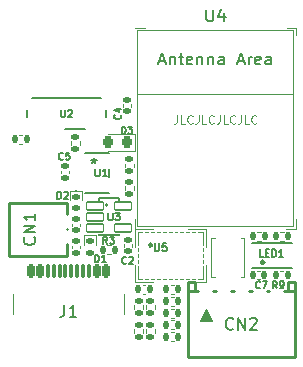
<source format=gto>
G04 #@! TF.GenerationSoftware,KiCad,Pcbnew,8.0.6-8.0.6-0~ubuntu24.04.1*
G04 #@! TF.CreationDate,2024-11-16T03:26:35-08:00*
G04 #@! TF.ProjectId,uSlime,75536c69-6d65-42e6-9b69-6361645f7063,rev?*
G04 #@! TF.SameCoordinates,Original*
G04 #@! TF.FileFunction,Legend,Top*
G04 #@! TF.FilePolarity,Positive*
%FSLAX46Y46*%
G04 Gerber Fmt 4.6, Leading zero omitted, Abs format (unit mm)*
G04 Created by KiCad (PCBNEW 8.0.6-8.0.6-0~ubuntu24.04.1) date 2024-11-16 03:26:35*
%MOMM*%
%LPD*%
G01*
G04 APERTURE LIST*
G04 Aperture macros list*
%AMRoundRect*
0 Rectangle with rounded corners*
0 $1 Rounding radius*
0 $2 $3 $4 $5 $6 $7 $8 $9 X,Y pos of 4 corners*
0 Add a 4 corners polygon primitive as box body*
4,1,4,$2,$3,$4,$5,$6,$7,$8,$9,$2,$3,0*
0 Add four circle primitives for the rounded corners*
1,1,$1+$1,$2,$3*
1,1,$1+$1,$4,$5*
1,1,$1+$1,$6,$7*
1,1,$1+$1,$8,$9*
0 Add four rect primitives between the rounded corners*
20,1,$1+$1,$2,$3,$4,$5,0*
20,1,$1+$1,$4,$5,$6,$7,0*
20,1,$1+$1,$6,$7,$8,$9,0*
20,1,$1+$1,$8,$9,$2,$3,0*%
%AMFreePoly0*
4,1,6,0.725000,-0.725000,-0.725000,-0.725000,-0.725000,0.125000,-0.125000,0.725000,0.725000,0.725000,0.725000,-0.725000,0.725000,-0.725000,$1*%
G04 Aperture macros list end*
%ADD10C,0.100000*%
%ADD11C,0.150000*%
%ADD12C,0.152400*%
%ADD13C,0.254000*%
%ADD14C,0.120000*%
%ADD15C,0.152000*%
%ADD16C,0.250000*%
%ADD17C,0.101600*%
%ADD18C,0.127000*%
%ADD19C,0.200000*%
%ADD20RoundRect,0.147500X-0.172500X0.147500X-0.172500X-0.147500X0.172500X-0.147500X0.172500X0.147500X0*%
%ADD21C,1.200000*%
%ADD22RoundRect,0.135000X-0.135000X-0.185000X0.135000X-0.185000X0.135000X0.185000X-0.135000X0.185000X0*%
%ADD23RoundRect,0.135000X0.135000X0.185000X-0.135000X0.185000X-0.135000X-0.185000X0.135000X-0.185000X0*%
%ADD24R,0.800000X0.700000*%
%ADD25RoundRect,0.218750X0.218750X0.256250X-0.218750X0.256250X-0.218750X-0.256250X0.218750X-0.256250X0*%
%ADD26RoundRect,0.140000X0.170000X-0.140000X0.170000X0.140000X-0.170000X0.140000X-0.170000X-0.140000X0*%
%ADD27RoundRect,0.140000X-0.170000X0.140000X-0.170000X-0.140000X0.170000X-0.140000X0.170000X0.140000X0*%
%ADD28C,0.650000*%
%ADD29RoundRect,0.150000X-0.150000X-0.425000X0.150000X-0.425000X0.150000X0.425000X-0.150000X0.425000X0*%
%ADD30RoundRect,0.075000X-0.075000X-0.500000X0.075000X-0.500000X0.075000X0.500000X-0.075000X0.500000X0*%
%ADD31O,1.000000X2.100000*%
%ADD32O,1.000000X1.800000*%
%ADD33RoundRect,0.135000X0.185000X-0.135000X0.185000X0.135000X-0.185000X0.135000X-0.185000X-0.135000X0*%
%ADD34RoundRect,0.135000X-0.185000X0.135000X-0.185000X-0.135000X0.185000X-0.135000X0.185000X0.135000X0*%
%ADD35RoundRect,0.140000X-0.140000X-0.170000X0.140000X-0.170000X0.140000X0.170000X-0.140000X0.170000X0*%
%ADD36R,0.250000X0.914400*%
%ADD37R,0.812800X0.250000*%
%ADD38C,3.100000*%
%ADD39R,1.320800X0.508000*%
%ADD40R,0.800000X0.400000*%
%ADD41R,0.400000X0.800000*%
%ADD42FreePoly0,0.000000*%
%ADD43R,1.450000X1.450000*%
%ADD44R,0.700000X0.700000*%
%ADD45C,0.900000*%
%ADD46R,0.700000X1.500000*%
%ADD47R,1.000000X0.800000*%
%ADD48C,0.800000*%
%ADD49R,1.700000X0.900000*%
%ADD50C,1.000000*%
%ADD51RoundRect,0.060300X-0.716700X0.341700X-0.716700X-0.341700X0.716700X-0.341700X0.716700X0.341700X0*%
G04 APERTURE END LIST*
D10*
X115366666Y-91359133D02*
X115366666Y-91859133D01*
X115366666Y-91859133D02*
X115333333Y-91959133D01*
X115333333Y-91959133D02*
X115266666Y-92025800D01*
X115266666Y-92025800D02*
X115166666Y-92059133D01*
X115166666Y-92059133D02*
X115100000Y-92059133D01*
X116033333Y-92059133D02*
X115699999Y-92059133D01*
X115699999Y-92059133D02*
X115699999Y-91359133D01*
X116666666Y-91992466D02*
X116633333Y-92025800D01*
X116633333Y-92025800D02*
X116533333Y-92059133D01*
X116533333Y-92059133D02*
X116466666Y-92059133D01*
X116466666Y-92059133D02*
X116366666Y-92025800D01*
X116366666Y-92025800D02*
X116300000Y-91959133D01*
X116300000Y-91959133D02*
X116266666Y-91892466D01*
X116266666Y-91892466D02*
X116233333Y-91759133D01*
X116233333Y-91759133D02*
X116233333Y-91659133D01*
X116233333Y-91659133D02*
X116266666Y-91525800D01*
X116266666Y-91525800D02*
X116300000Y-91459133D01*
X116300000Y-91459133D02*
X116366666Y-91392466D01*
X116366666Y-91392466D02*
X116466666Y-91359133D01*
X116466666Y-91359133D02*
X116533333Y-91359133D01*
X116533333Y-91359133D02*
X116633333Y-91392466D01*
X116633333Y-91392466D02*
X116666666Y-91425800D01*
X117166666Y-91359133D02*
X117166666Y-91859133D01*
X117166666Y-91859133D02*
X117133333Y-91959133D01*
X117133333Y-91959133D02*
X117066666Y-92025800D01*
X117066666Y-92025800D02*
X116966666Y-92059133D01*
X116966666Y-92059133D02*
X116900000Y-92059133D01*
X117833333Y-92059133D02*
X117499999Y-92059133D01*
X117499999Y-92059133D02*
X117499999Y-91359133D01*
X118466666Y-91992466D02*
X118433333Y-92025800D01*
X118433333Y-92025800D02*
X118333333Y-92059133D01*
X118333333Y-92059133D02*
X118266666Y-92059133D01*
X118266666Y-92059133D02*
X118166666Y-92025800D01*
X118166666Y-92025800D02*
X118100000Y-91959133D01*
X118100000Y-91959133D02*
X118066666Y-91892466D01*
X118066666Y-91892466D02*
X118033333Y-91759133D01*
X118033333Y-91759133D02*
X118033333Y-91659133D01*
X118033333Y-91659133D02*
X118066666Y-91525800D01*
X118066666Y-91525800D02*
X118100000Y-91459133D01*
X118100000Y-91459133D02*
X118166666Y-91392466D01*
X118166666Y-91392466D02*
X118266666Y-91359133D01*
X118266666Y-91359133D02*
X118333333Y-91359133D01*
X118333333Y-91359133D02*
X118433333Y-91392466D01*
X118433333Y-91392466D02*
X118466666Y-91425800D01*
X118966666Y-91359133D02*
X118966666Y-91859133D01*
X118966666Y-91859133D02*
X118933333Y-91959133D01*
X118933333Y-91959133D02*
X118866666Y-92025800D01*
X118866666Y-92025800D02*
X118766666Y-92059133D01*
X118766666Y-92059133D02*
X118700000Y-92059133D01*
X119633333Y-92059133D02*
X119299999Y-92059133D01*
X119299999Y-92059133D02*
X119299999Y-91359133D01*
X120266666Y-91992466D02*
X120233333Y-92025800D01*
X120233333Y-92025800D02*
X120133333Y-92059133D01*
X120133333Y-92059133D02*
X120066666Y-92059133D01*
X120066666Y-92059133D02*
X119966666Y-92025800D01*
X119966666Y-92025800D02*
X119900000Y-91959133D01*
X119900000Y-91959133D02*
X119866666Y-91892466D01*
X119866666Y-91892466D02*
X119833333Y-91759133D01*
X119833333Y-91759133D02*
X119833333Y-91659133D01*
X119833333Y-91659133D02*
X119866666Y-91525800D01*
X119866666Y-91525800D02*
X119900000Y-91459133D01*
X119900000Y-91459133D02*
X119966666Y-91392466D01*
X119966666Y-91392466D02*
X120066666Y-91359133D01*
X120066666Y-91359133D02*
X120133333Y-91359133D01*
X120133333Y-91359133D02*
X120233333Y-91392466D01*
X120233333Y-91392466D02*
X120266666Y-91425800D01*
X120766666Y-91359133D02*
X120766666Y-91859133D01*
X120766666Y-91859133D02*
X120733333Y-91959133D01*
X120733333Y-91959133D02*
X120666666Y-92025800D01*
X120666666Y-92025800D02*
X120566666Y-92059133D01*
X120566666Y-92059133D02*
X120500000Y-92059133D01*
X121433333Y-92059133D02*
X121099999Y-92059133D01*
X121099999Y-92059133D02*
X121099999Y-91359133D01*
X122066666Y-91992466D02*
X122033333Y-92025800D01*
X122033333Y-92025800D02*
X121933333Y-92059133D01*
X121933333Y-92059133D02*
X121866666Y-92059133D01*
X121866666Y-92059133D02*
X121766666Y-92025800D01*
X121766666Y-92025800D02*
X121700000Y-91959133D01*
X121700000Y-91959133D02*
X121666666Y-91892466D01*
X121666666Y-91892466D02*
X121633333Y-91759133D01*
X121633333Y-91759133D02*
X121633333Y-91659133D01*
X121633333Y-91659133D02*
X121666666Y-91525800D01*
X121666666Y-91525800D02*
X121700000Y-91459133D01*
X121700000Y-91459133D02*
X121766666Y-91392466D01*
X121766666Y-91392466D02*
X121866666Y-91359133D01*
X121866666Y-91359133D02*
X121933333Y-91359133D01*
X121933333Y-91359133D02*
X122033333Y-91392466D01*
X122033333Y-91392466D02*
X122066666Y-91425800D01*
D11*
X108407143Y-103769771D02*
X108407143Y-103169771D01*
X108407143Y-103169771D02*
X108550000Y-103169771D01*
X108550000Y-103169771D02*
X108635714Y-103198342D01*
X108635714Y-103198342D02*
X108692857Y-103255485D01*
X108692857Y-103255485D02*
X108721428Y-103312628D01*
X108721428Y-103312628D02*
X108750000Y-103426914D01*
X108750000Y-103426914D02*
X108750000Y-103512628D01*
X108750000Y-103512628D02*
X108721428Y-103626914D01*
X108721428Y-103626914D02*
X108692857Y-103684057D01*
X108692857Y-103684057D02*
X108635714Y-103741200D01*
X108635714Y-103741200D02*
X108550000Y-103769771D01*
X108550000Y-103769771D02*
X108407143Y-103769771D01*
X109321428Y-103769771D02*
X108978571Y-103769771D01*
X109150000Y-103769771D02*
X109150000Y-103169771D01*
X109150000Y-103169771D02*
X109092857Y-103255485D01*
X109092857Y-103255485D02*
X109035714Y-103312628D01*
X109035714Y-103312628D02*
X108978571Y-103341200D01*
X120108207Y-109409580D02*
X120060588Y-109457200D01*
X120060588Y-109457200D02*
X119917731Y-109504819D01*
X119917731Y-109504819D02*
X119822493Y-109504819D01*
X119822493Y-109504819D02*
X119679636Y-109457200D01*
X119679636Y-109457200D02*
X119584398Y-109361961D01*
X119584398Y-109361961D02*
X119536779Y-109266723D01*
X119536779Y-109266723D02*
X119489160Y-109076247D01*
X119489160Y-109076247D02*
X119489160Y-108933390D01*
X119489160Y-108933390D02*
X119536779Y-108742914D01*
X119536779Y-108742914D02*
X119584398Y-108647676D01*
X119584398Y-108647676D02*
X119679636Y-108552438D01*
X119679636Y-108552438D02*
X119822493Y-108504819D01*
X119822493Y-108504819D02*
X119917731Y-108504819D01*
X119917731Y-108504819D02*
X120060588Y-108552438D01*
X120060588Y-108552438D02*
X120108207Y-108600057D01*
X120536779Y-109504819D02*
X120536779Y-108504819D01*
X120536779Y-108504819D02*
X121108207Y-109504819D01*
X121108207Y-109504819D02*
X121108207Y-108504819D01*
X121536779Y-108600057D02*
X121584398Y-108552438D01*
X121584398Y-108552438D02*
X121679636Y-108504819D01*
X121679636Y-108504819D02*
X121917731Y-108504819D01*
X121917731Y-108504819D02*
X122012969Y-108552438D01*
X122012969Y-108552438D02*
X122060588Y-108600057D01*
X122060588Y-108600057D02*
X122108207Y-108695295D01*
X122108207Y-108695295D02*
X122108207Y-108790533D01*
X122108207Y-108790533D02*
X122060588Y-108933390D01*
X122060588Y-108933390D02*
X121489160Y-109504819D01*
X121489160Y-109504819D02*
X122108207Y-109504819D01*
X122677255Y-103319771D02*
X122391541Y-103319771D01*
X122391541Y-103319771D02*
X122391541Y-102719771D01*
X122877255Y-103005485D02*
X123077255Y-103005485D01*
X123162969Y-103319771D02*
X122877255Y-103319771D01*
X122877255Y-103319771D02*
X122877255Y-102719771D01*
X122877255Y-102719771D02*
X123162969Y-102719771D01*
X123420112Y-103319771D02*
X123420112Y-102719771D01*
X123420112Y-102719771D02*
X123562969Y-102719771D01*
X123562969Y-102719771D02*
X123648683Y-102748342D01*
X123648683Y-102748342D02*
X123705826Y-102805485D01*
X123705826Y-102805485D02*
X123734397Y-102862628D01*
X123734397Y-102862628D02*
X123762969Y-102976914D01*
X123762969Y-102976914D02*
X123762969Y-103062628D01*
X123762969Y-103062628D02*
X123734397Y-103176914D01*
X123734397Y-103176914D02*
X123705826Y-103234057D01*
X123705826Y-103234057D02*
X123648683Y-103291200D01*
X123648683Y-103291200D02*
X123562969Y-103319771D01*
X123562969Y-103319771D02*
X123420112Y-103319771D01*
X124334397Y-103319771D02*
X123991540Y-103319771D01*
X124162969Y-103319771D02*
X124162969Y-102719771D01*
X124162969Y-102719771D02*
X124105826Y-102805485D01*
X124105826Y-102805485D02*
X124048683Y-102862628D01*
X124048683Y-102862628D02*
X123991540Y-102891200D01*
X123800000Y-106019771D02*
X123600000Y-105734057D01*
X123457143Y-106019771D02*
X123457143Y-105419771D01*
X123457143Y-105419771D02*
X123685714Y-105419771D01*
X123685714Y-105419771D02*
X123742857Y-105448342D01*
X123742857Y-105448342D02*
X123771428Y-105476914D01*
X123771428Y-105476914D02*
X123800000Y-105534057D01*
X123800000Y-105534057D02*
X123800000Y-105619771D01*
X123800000Y-105619771D02*
X123771428Y-105676914D01*
X123771428Y-105676914D02*
X123742857Y-105705485D01*
X123742857Y-105705485D02*
X123685714Y-105734057D01*
X123685714Y-105734057D02*
X123457143Y-105734057D01*
X124085714Y-106019771D02*
X124200000Y-106019771D01*
X124200000Y-106019771D02*
X124257143Y-105991200D01*
X124257143Y-105991200D02*
X124285714Y-105962628D01*
X124285714Y-105962628D02*
X124342857Y-105876914D01*
X124342857Y-105876914D02*
X124371428Y-105762628D01*
X124371428Y-105762628D02*
X124371428Y-105534057D01*
X124371428Y-105534057D02*
X124342857Y-105476914D01*
X124342857Y-105476914D02*
X124314286Y-105448342D01*
X124314286Y-105448342D02*
X124257143Y-105419771D01*
X124257143Y-105419771D02*
X124142857Y-105419771D01*
X124142857Y-105419771D02*
X124085714Y-105448342D01*
X124085714Y-105448342D02*
X124057143Y-105476914D01*
X124057143Y-105476914D02*
X124028571Y-105534057D01*
X124028571Y-105534057D02*
X124028571Y-105676914D01*
X124028571Y-105676914D02*
X124057143Y-105734057D01*
X124057143Y-105734057D02*
X124085714Y-105762628D01*
X124085714Y-105762628D02*
X124142857Y-105791200D01*
X124142857Y-105791200D02*
X124257143Y-105791200D01*
X124257143Y-105791200D02*
X124314286Y-105762628D01*
X124314286Y-105762628D02*
X124342857Y-105734057D01*
X124342857Y-105734057D02*
X124371428Y-105676914D01*
X110657143Y-92919771D02*
X110657143Y-92319771D01*
X110657143Y-92319771D02*
X110800000Y-92319771D01*
X110800000Y-92319771D02*
X110885714Y-92348342D01*
X110885714Y-92348342D02*
X110942857Y-92405485D01*
X110942857Y-92405485D02*
X110971428Y-92462628D01*
X110971428Y-92462628D02*
X111000000Y-92576914D01*
X111000000Y-92576914D02*
X111000000Y-92662628D01*
X111000000Y-92662628D02*
X110971428Y-92776914D01*
X110971428Y-92776914D02*
X110942857Y-92834057D01*
X110942857Y-92834057D02*
X110885714Y-92891200D01*
X110885714Y-92891200D02*
X110800000Y-92919771D01*
X110800000Y-92919771D02*
X110657143Y-92919771D01*
X111200000Y-92319771D02*
X111571428Y-92319771D01*
X111571428Y-92319771D02*
X111371428Y-92548342D01*
X111371428Y-92548342D02*
X111457143Y-92548342D01*
X111457143Y-92548342D02*
X111514286Y-92576914D01*
X111514286Y-92576914D02*
X111542857Y-92605485D01*
X111542857Y-92605485D02*
X111571428Y-92662628D01*
X111571428Y-92662628D02*
X111571428Y-92805485D01*
X111571428Y-92805485D02*
X111542857Y-92862628D01*
X111542857Y-92862628D02*
X111514286Y-92891200D01*
X111514286Y-92891200D02*
X111457143Y-92919771D01*
X111457143Y-92919771D02*
X111285714Y-92919771D01*
X111285714Y-92919771D02*
X111228571Y-92891200D01*
X111228571Y-92891200D02*
X111200000Y-92862628D01*
X105700000Y-95062628D02*
X105671428Y-95091200D01*
X105671428Y-95091200D02*
X105585714Y-95119771D01*
X105585714Y-95119771D02*
X105528571Y-95119771D01*
X105528571Y-95119771D02*
X105442857Y-95091200D01*
X105442857Y-95091200D02*
X105385714Y-95034057D01*
X105385714Y-95034057D02*
X105357143Y-94976914D01*
X105357143Y-94976914D02*
X105328571Y-94862628D01*
X105328571Y-94862628D02*
X105328571Y-94776914D01*
X105328571Y-94776914D02*
X105357143Y-94662628D01*
X105357143Y-94662628D02*
X105385714Y-94605485D01*
X105385714Y-94605485D02*
X105442857Y-94548342D01*
X105442857Y-94548342D02*
X105528571Y-94519771D01*
X105528571Y-94519771D02*
X105585714Y-94519771D01*
X105585714Y-94519771D02*
X105671428Y-94548342D01*
X105671428Y-94548342D02*
X105700000Y-94576914D01*
X106242857Y-94519771D02*
X105957143Y-94519771D01*
X105957143Y-94519771D02*
X105928571Y-94805485D01*
X105928571Y-94805485D02*
X105957143Y-94776914D01*
X105957143Y-94776914D02*
X106014286Y-94748342D01*
X106014286Y-94748342D02*
X106157143Y-94748342D01*
X106157143Y-94748342D02*
X106214286Y-94776914D01*
X106214286Y-94776914D02*
X106242857Y-94805485D01*
X106242857Y-94805485D02*
X106271428Y-94862628D01*
X106271428Y-94862628D02*
X106271428Y-95005485D01*
X106271428Y-95005485D02*
X106242857Y-95062628D01*
X106242857Y-95062628D02*
X106214286Y-95091200D01*
X106214286Y-95091200D02*
X106157143Y-95119771D01*
X106157143Y-95119771D02*
X106014286Y-95119771D01*
X106014286Y-95119771D02*
X105957143Y-95091200D01*
X105957143Y-95091200D02*
X105928571Y-95062628D01*
X110562628Y-91299999D02*
X110591200Y-91328571D01*
X110591200Y-91328571D02*
X110619771Y-91414285D01*
X110619771Y-91414285D02*
X110619771Y-91471428D01*
X110619771Y-91471428D02*
X110591200Y-91557142D01*
X110591200Y-91557142D02*
X110534057Y-91614285D01*
X110534057Y-91614285D02*
X110476914Y-91642856D01*
X110476914Y-91642856D02*
X110362628Y-91671428D01*
X110362628Y-91671428D02*
X110276914Y-91671428D01*
X110276914Y-91671428D02*
X110162628Y-91642856D01*
X110162628Y-91642856D02*
X110105485Y-91614285D01*
X110105485Y-91614285D02*
X110048342Y-91557142D01*
X110048342Y-91557142D02*
X110019771Y-91471428D01*
X110019771Y-91471428D02*
X110019771Y-91414285D01*
X110019771Y-91414285D02*
X110048342Y-91328571D01*
X110048342Y-91328571D02*
X110076914Y-91299999D01*
X110219771Y-90785714D02*
X110619771Y-90785714D01*
X109991200Y-90928571D02*
X110419771Y-91071428D01*
X110419771Y-91071428D02*
X110419771Y-90699999D01*
X105816666Y-107414819D02*
X105816666Y-108129104D01*
X105816666Y-108129104D02*
X105769047Y-108271961D01*
X105769047Y-108271961D02*
X105673809Y-108367200D01*
X105673809Y-108367200D02*
X105530952Y-108414819D01*
X105530952Y-108414819D02*
X105435714Y-108414819D01*
X106816666Y-108414819D02*
X106245238Y-108414819D01*
X106530952Y-108414819D02*
X106530952Y-107414819D01*
X106530952Y-107414819D02*
X106435714Y-107557676D01*
X106435714Y-107557676D02*
X106340476Y-107652914D01*
X106340476Y-107652914D02*
X106245238Y-107700533D01*
X105207143Y-98419771D02*
X105207143Y-97819771D01*
X105207143Y-97819771D02*
X105350000Y-97819771D01*
X105350000Y-97819771D02*
X105435714Y-97848342D01*
X105435714Y-97848342D02*
X105492857Y-97905485D01*
X105492857Y-97905485D02*
X105521428Y-97962628D01*
X105521428Y-97962628D02*
X105550000Y-98076914D01*
X105550000Y-98076914D02*
X105550000Y-98162628D01*
X105550000Y-98162628D02*
X105521428Y-98276914D01*
X105521428Y-98276914D02*
X105492857Y-98334057D01*
X105492857Y-98334057D02*
X105435714Y-98391200D01*
X105435714Y-98391200D02*
X105350000Y-98419771D01*
X105350000Y-98419771D02*
X105207143Y-98419771D01*
X105778571Y-97876914D02*
X105807143Y-97848342D01*
X105807143Y-97848342D02*
X105864286Y-97819771D01*
X105864286Y-97819771D02*
X106007143Y-97819771D01*
X106007143Y-97819771D02*
X106064286Y-97848342D01*
X106064286Y-97848342D02*
X106092857Y-97876914D01*
X106092857Y-97876914D02*
X106121428Y-97934057D01*
X106121428Y-97934057D02*
X106121428Y-97991200D01*
X106121428Y-97991200D02*
X106092857Y-98076914D01*
X106092857Y-98076914D02*
X105750000Y-98419771D01*
X105750000Y-98419771D02*
X106121428Y-98419771D01*
X111050000Y-103862628D02*
X111021428Y-103891200D01*
X111021428Y-103891200D02*
X110935714Y-103919771D01*
X110935714Y-103919771D02*
X110878571Y-103919771D01*
X110878571Y-103919771D02*
X110792857Y-103891200D01*
X110792857Y-103891200D02*
X110735714Y-103834057D01*
X110735714Y-103834057D02*
X110707143Y-103776914D01*
X110707143Y-103776914D02*
X110678571Y-103662628D01*
X110678571Y-103662628D02*
X110678571Y-103576914D01*
X110678571Y-103576914D02*
X110707143Y-103462628D01*
X110707143Y-103462628D02*
X110735714Y-103405485D01*
X110735714Y-103405485D02*
X110792857Y-103348342D01*
X110792857Y-103348342D02*
X110878571Y-103319771D01*
X110878571Y-103319771D02*
X110935714Y-103319771D01*
X110935714Y-103319771D02*
X111021428Y-103348342D01*
X111021428Y-103348342D02*
X111050000Y-103376914D01*
X111278571Y-103376914D02*
X111307143Y-103348342D01*
X111307143Y-103348342D02*
X111364286Y-103319771D01*
X111364286Y-103319771D02*
X111507143Y-103319771D01*
X111507143Y-103319771D02*
X111564286Y-103348342D01*
X111564286Y-103348342D02*
X111592857Y-103376914D01*
X111592857Y-103376914D02*
X111621428Y-103434057D01*
X111621428Y-103434057D02*
X111621428Y-103491200D01*
X111621428Y-103491200D02*
X111592857Y-103576914D01*
X111592857Y-103576914D02*
X111250000Y-103919771D01*
X111250000Y-103919771D02*
X111621428Y-103919771D01*
X122400000Y-105962628D02*
X122371428Y-105991200D01*
X122371428Y-105991200D02*
X122285714Y-106019771D01*
X122285714Y-106019771D02*
X122228571Y-106019771D01*
X122228571Y-106019771D02*
X122142857Y-105991200D01*
X122142857Y-105991200D02*
X122085714Y-105934057D01*
X122085714Y-105934057D02*
X122057143Y-105876914D01*
X122057143Y-105876914D02*
X122028571Y-105762628D01*
X122028571Y-105762628D02*
X122028571Y-105676914D01*
X122028571Y-105676914D02*
X122057143Y-105562628D01*
X122057143Y-105562628D02*
X122085714Y-105505485D01*
X122085714Y-105505485D02*
X122142857Y-105448342D01*
X122142857Y-105448342D02*
X122228571Y-105419771D01*
X122228571Y-105419771D02*
X122285714Y-105419771D01*
X122285714Y-105419771D02*
X122371428Y-105448342D01*
X122371428Y-105448342D02*
X122400000Y-105476914D01*
X122600000Y-105419771D02*
X123000000Y-105419771D01*
X123000000Y-105419771D02*
X122742857Y-106019771D01*
X109450000Y-102219771D02*
X109250000Y-101934057D01*
X109107143Y-102219771D02*
X109107143Y-101619771D01*
X109107143Y-101619771D02*
X109335714Y-101619771D01*
X109335714Y-101619771D02*
X109392857Y-101648342D01*
X109392857Y-101648342D02*
X109421428Y-101676914D01*
X109421428Y-101676914D02*
X109450000Y-101734057D01*
X109450000Y-101734057D02*
X109450000Y-101819771D01*
X109450000Y-101819771D02*
X109421428Y-101876914D01*
X109421428Y-101876914D02*
X109392857Y-101905485D01*
X109392857Y-101905485D02*
X109335714Y-101934057D01*
X109335714Y-101934057D02*
X109107143Y-101934057D01*
X109650000Y-101619771D02*
X110021428Y-101619771D01*
X110021428Y-101619771D02*
X109821428Y-101848342D01*
X109821428Y-101848342D02*
X109907143Y-101848342D01*
X109907143Y-101848342D02*
X109964286Y-101876914D01*
X109964286Y-101876914D02*
X109992857Y-101905485D01*
X109992857Y-101905485D02*
X110021428Y-101962628D01*
X110021428Y-101962628D02*
X110021428Y-102105485D01*
X110021428Y-102105485D02*
X109992857Y-102162628D01*
X109992857Y-102162628D02*
X109964286Y-102191200D01*
X109964286Y-102191200D02*
X109907143Y-102219771D01*
X109907143Y-102219771D02*
X109735714Y-102219771D01*
X109735714Y-102219771D02*
X109678571Y-102191200D01*
X109678571Y-102191200D02*
X109650000Y-102162628D01*
D12*
X113447615Y-102187737D02*
X113447615Y-102721520D01*
X113447615Y-102721520D02*
X113479014Y-102784318D01*
X113479014Y-102784318D02*
X113510413Y-102815718D01*
X113510413Y-102815718D02*
X113573211Y-102847117D01*
X113573211Y-102847117D02*
X113698807Y-102847117D01*
X113698807Y-102847117D02*
X113761605Y-102815718D01*
X113761605Y-102815718D02*
X113793004Y-102784318D01*
X113793004Y-102784318D02*
X113824403Y-102721520D01*
X113824403Y-102721520D02*
X113824403Y-102187737D01*
X114452384Y-102187737D02*
X114138394Y-102187737D01*
X114138394Y-102187737D02*
X114106995Y-102501727D01*
X114106995Y-102501727D02*
X114138394Y-102470328D01*
X114138394Y-102470328D02*
X114201192Y-102438929D01*
X114201192Y-102438929D02*
X114358187Y-102438929D01*
X114358187Y-102438929D02*
X114420985Y-102470328D01*
X114420985Y-102470328D02*
X114452384Y-102501727D01*
X114452384Y-102501727D02*
X114483783Y-102564525D01*
X114483783Y-102564525D02*
X114483783Y-102721520D01*
X114483783Y-102721520D02*
X114452384Y-102784318D01*
X114452384Y-102784318D02*
X114420985Y-102815718D01*
X114420985Y-102815718D02*
X114358187Y-102847117D01*
X114358187Y-102847117D02*
X114201192Y-102847117D01*
X114201192Y-102847117D02*
X114138394Y-102815718D01*
X114138394Y-102815718D02*
X114106995Y-102784318D01*
D11*
X108442857Y-95919771D02*
X108442857Y-96405485D01*
X108442857Y-96405485D02*
X108471428Y-96462628D01*
X108471428Y-96462628D02*
X108500000Y-96491200D01*
X108500000Y-96491200D02*
X108557142Y-96519771D01*
X108557142Y-96519771D02*
X108671428Y-96519771D01*
X108671428Y-96519771D02*
X108728571Y-96491200D01*
X108728571Y-96491200D02*
X108757142Y-96462628D01*
X108757142Y-96462628D02*
X108785714Y-96405485D01*
X108785714Y-96405485D02*
X108785714Y-95919771D01*
X109385713Y-96519771D02*
X109042856Y-96519771D01*
X109214285Y-96519771D02*
X109214285Y-95919771D01*
X109214285Y-95919771D02*
X109157142Y-96005485D01*
X109157142Y-96005485D02*
X109099999Y-96062628D01*
X109099999Y-96062628D02*
X109042856Y-96091200D01*
X108300000Y-95004819D02*
X108300000Y-95242914D01*
X108061905Y-95147676D02*
X108300000Y-95242914D01*
X108300000Y-95242914D02*
X108538095Y-95147676D01*
X108157143Y-95433390D02*
X108300000Y-95242914D01*
X108300000Y-95242914D02*
X108442857Y-95433390D01*
X117838095Y-82404819D02*
X117838095Y-83214342D01*
X117838095Y-83214342D02*
X117885714Y-83309580D01*
X117885714Y-83309580D02*
X117933333Y-83357200D01*
X117933333Y-83357200D02*
X118028571Y-83404819D01*
X118028571Y-83404819D02*
X118219047Y-83404819D01*
X118219047Y-83404819D02*
X118314285Y-83357200D01*
X118314285Y-83357200D02*
X118361904Y-83309580D01*
X118361904Y-83309580D02*
X118409523Y-83214342D01*
X118409523Y-83214342D02*
X118409523Y-82404819D01*
X119314285Y-82738152D02*
X119314285Y-83404819D01*
X119076190Y-82357200D02*
X118838095Y-83071485D01*
X118838095Y-83071485D02*
X119457142Y-83071485D01*
X113838094Y-86769104D02*
X114314284Y-86769104D01*
X113742856Y-87054819D02*
X114076189Y-86054819D01*
X114076189Y-86054819D02*
X114409522Y-87054819D01*
X114742856Y-86388152D02*
X114742856Y-87054819D01*
X114742856Y-86483390D02*
X114790475Y-86435771D01*
X114790475Y-86435771D02*
X114885713Y-86388152D01*
X114885713Y-86388152D02*
X115028570Y-86388152D01*
X115028570Y-86388152D02*
X115123808Y-86435771D01*
X115123808Y-86435771D02*
X115171427Y-86531009D01*
X115171427Y-86531009D02*
X115171427Y-87054819D01*
X115504761Y-86388152D02*
X115885713Y-86388152D01*
X115647618Y-86054819D02*
X115647618Y-86911961D01*
X115647618Y-86911961D02*
X115695237Y-87007200D01*
X115695237Y-87007200D02*
X115790475Y-87054819D01*
X115790475Y-87054819D02*
X115885713Y-87054819D01*
X116599999Y-87007200D02*
X116504761Y-87054819D01*
X116504761Y-87054819D02*
X116314285Y-87054819D01*
X116314285Y-87054819D02*
X116219047Y-87007200D01*
X116219047Y-87007200D02*
X116171428Y-86911961D01*
X116171428Y-86911961D02*
X116171428Y-86531009D01*
X116171428Y-86531009D02*
X116219047Y-86435771D01*
X116219047Y-86435771D02*
X116314285Y-86388152D01*
X116314285Y-86388152D02*
X116504761Y-86388152D01*
X116504761Y-86388152D02*
X116599999Y-86435771D01*
X116599999Y-86435771D02*
X116647618Y-86531009D01*
X116647618Y-86531009D02*
X116647618Y-86626247D01*
X116647618Y-86626247D02*
X116171428Y-86721485D01*
X117076190Y-86388152D02*
X117076190Y-87054819D01*
X117076190Y-86483390D02*
X117123809Y-86435771D01*
X117123809Y-86435771D02*
X117219047Y-86388152D01*
X117219047Y-86388152D02*
X117361904Y-86388152D01*
X117361904Y-86388152D02*
X117457142Y-86435771D01*
X117457142Y-86435771D02*
X117504761Y-86531009D01*
X117504761Y-86531009D02*
X117504761Y-87054819D01*
X117980952Y-86388152D02*
X117980952Y-87054819D01*
X117980952Y-86483390D02*
X118028571Y-86435771D01*
X118028571Y-86435771D02*
X118123809Y-86388152D01*
X118123809Y-86388152D02*
X118266666Y-86388152D01*
X118266666Y-86388152D02*
X118361904Y-86435771D01*
X118361904Y-86435771D02*
X118409523Y-86531009D01*
X118409523Y-86531009D02*
X118409523Y-87054819D01*
X119314285Y-87054819D02*
X119314285Y-86531009D01*
X119314285Y-86531009D02*
X119266666Y-86435771D01*
X119266666Y-86435771D02*
X119171428Y-86388152D01*
X119171428Y-86388152D02*
X118980952Y-86388152D01*
X118980952Y-86388152D02*
X118885714Y-86435771D01*
X119314285Y-87007200D02*
X119219047Y-87054819D01*
X119219047Y-87054819D02*
X118980952Y-87054819D01*
X118980952Y-87054819D02*
X118885714Y-87007200D01*
X118885714Y-87007200D02*
X118838095Y-86911961D01*
X118838095Y-86911961D02*
X118838095Y-86816723D01*
X118838095Y-86816723D02*
X118885714Y-86721485D01*
X118885714Y-86721485D02*
X118980952Y-86673866D01*
X118980952Y-86673866D02*
X119219047Y-86673866D01*
X119219047Y-86673866D02*
X119314285Y-86626247D01*
X120504762Y-86769104D02*
X120980952Y-86769104D01*
X120409524Y-87054819D02*
X120742857Y-86054819D01*
X120742857Y-86054819D02*
X121076190Y-87054819D01*
X121409524Y-87054819D02*
X121409524Y-86388152D01*
X121409524Y-86578628D02*
X121457143Y-86483390D01*
X121457143Y-86483390D02*
X121504762Y-86435771D01*
X121504762Y-86435771D02*
X121600000Y-86388152D01*
X121600000Y-86388152D02*
X121695238Y-86388152D01*
X122409524Y-87007200D02*
X122314286Y-87054819D01*
X122314286Y-87054819D02*
X122123810Y-87054819D01*
X122123810Y-87054819D02*
X122028572Y-87007200D01*
X122028572Y-87007200D02*
X121980953Y-86911961D01*
X121980953Y-86911961D02*
X121980953Y-86531009D01*
X121980953Y-86531009D02*
X122028572Y-86435771D01*
X122028572Y-86435771D02*
X122123810Y-86388152D01*
X122123810Y-86388152D02*
X122314286Y-86388152D01*
X122314286Y-86388152D02*
X122409524Y-86435771D01*
X122409524Y-86435771D02*
X122457143Y-86531009D01*
X122457143Y-86531009D02*
X122457143Y-86626247D01*
X122457143Y-86626247D02*
X121980953Y-86721485D01*
X123314286Y-87054819D02*
X123314286Y-86531009D01*
X123314286Y-86531009D02*
X123266667Y-86435771D01*
X123266667Y-86435771D02*
X123171429Y-86388152D01*
X123171429Y-86388152D02*
X122980953Y-86388152D01*
X122980953Y-86388152D02*
X122885715Y-86435771D01*
X123314286Y-87007200D02*
X123219048Y-87054819D01*
X123219048Y-87054819D02*
X122980953Y-87054819D01*
X122980953Y-87054819D02*
X122885715Y-87007200D01*
X122885715Y-87007200D02*
X122838096Y-86911961D01*
X122838096Y-86911961D02*
X122838096Y-86816723D01*
X122838096Y-86816723D02*
X122885715Y-86721485D01*
X122885715Y-86721485D02*
X122980953Y-86673866D01*
X122980953Y-86673866D02*
X123219048Y-86673866D01*
X123219048Y-86673866D02*
X123314286Y-86626247D01*
X105517857Y-90894771D02*
X105517857Y-91380485D01*
X105517857Y-91380485D02*
X105546428Y-91437628D01*
X105546428Y-91437628D02*
X105575000Y-91466200D01*
X105575000Y-91466200D02*
X105632142Y-91494771D01*
X105632142Y-91494771D02*
X105746428Y-91494771D01*
X105746428Y-91494771D02*
X105803571Y-91466200D01*
X105803571Y-91466200D02*
X105832142Y-91437628D01*
X105832142Y-91437628D02*
X105860714Y-91380485D01*
X105860714Y-91380485D02*
X105860714Y-90894771D01*
X106117856Y-90951914D02*
X106146428Y-90923342D01*
X106146428Y-90923342D02*
X106203571Y-90894771D01*
X106203571Y-90894771D02*
X106346428Y-90894771D01*
X106346428Y-90894771D02*
X106403571Y-90923342D01*
X106403571Y-90923342D02*
X106432142Y-90951914D01*
X106432142Y-90951914D02*
X106460713Y-91009057D01*
X106460713Y-91009057D02*
X106460713Y-91066200D01*
X106460713Y-91066200D02*
X106432142Y-91151914D01*
X106432142Y-91151914D02*
X106089285Y-91494771D01*
X106089285Y-91494771D02*
X106460713Y-91494771D01*
X103259580Y-101690476D02*
X103307200Y-101738095D01*
X103307200Y-101738095D02*
X103354819Y-101880952D01*
X103354819Y-101880952D02*
X103354819Y-101976190D01*
X103354819Y-101976190D02*
X103307200Y-102119047D01*
X103307200Y-102119047D02*
X103211961Y-102214285D01*
X103211961Y-102214285D02*
X103116723Y-102261904D01*
X103116723Y-102261904D02*
X102926247Y-102309523D01*
X102926247Y-102309523D02*
X102783390Y-102309523D01*
X102783390Y-102309523D02*
X102592914Y-102261904D01*
X102592914Y-102261904D02*
X102497676Y-102214285D01*
X102497676Y-102214285D02*
X102402438Y-102119047D01*
X102402438Y-102119047D02*
X102354819Y-101976190D01*
X102354819Y-101976190D02*
X102354819Y-101880952D01*
X102354819Y-101880952D02*
X102402438Y-101738095D01*
X102402438Y-101738095D02*
X102450057Y-101690476D01*
X103354819Y-101261904D02*
X102354819Y-101261904D01*
X102354819Y-101261904D02*
X103354819Y-100690476D01*
X103354819Y-100690476D02*
X102354819Y-100690476D01*
X103354819Y-99690476D02*
X103354819Y-100261904D01*
X103354819Y-99976190D02*
X102354819Y-99976190D01*
X102354819Y-99976190D02*
X102497676Y-100071428D01*
X102497676Y-100071428D02*
X102592914Y-100166666D01*
X102592914Y-100166666D02*
X102640533Y-100261904D01*
X109542857Y-99619771D02*
X109542857Y-100105485D01*
X109542857Y-100105485D02*
X109571428Y-100162628D01*
X109571428Y-100162628D02*
X109600000Y-100191200D01*
X109600000Y-100191200D02*
X109657142Y-100219771D01*
X109657142Y-100219771D02*
X109771428Y-100219771D01*
X109771428Y-100219771D02*
X109828571Y-100191200D01*
X109828571Y-100191200D02*
X109857142Y-100162628D01*
X109857142Y-100162628D02*
X109885714Y-100105485D01*
X109885714Y-100105485D02*
X109885714Y-99619771D01*
X110114285Y-99619771D02*
X110485713Y-99619771D01*
X110485713Y-99619771D02*
X110285713Y-99848342D01*
X110285713Y-99848342D02*
X110371428Y-99848342D01*
X110371428Y-99848342D02*
X110428571Y-99876914D01*
X110428571Y-99876914D02*
X110457142Y-99905485D01*
X110457142Y-99905485D02*
X110485713Y-99962628D01*
X110485713Y-99962628D02*
X110485713Y-100105485D01*
X110485713Y-100105485D02*
X110457142Y-100162628D01*
X110457142Y-100162628D02*
X110428571Y-100191200D01*
X110428571Y-100191200D02*
X110371428Y-100219771D01*
X110371428Y-100219771D02*
X110199999Y-100219771D01*
X110199999Y-100219771D02*
X110142856Y-100191200D01*
X110142856Y-100191200D02*
X110114285Y-100162628D01*
D10*
X107450000Y-101500000D02*
X107450000Y-102300000D01*
X108450000Y-101500000D02*
X107450000Y-101500000D01*
X108450000Y-101500000D02*
X108450000Y-102300000D01*
X108000000Y-101500000D02*
G75*
G02*
X107900000Y-101500000I-50000J0D01*
G01*
X107900000Y-101500000D02*
G75*
G02*
X108000000Y-101500000I50000J0D01*
G01*
D13*
X116295000Y-105500000D02*
X116845000Y-105500000D01*
X116295000Y-106259000D02*
X117165000Y-106259000D01*
X116295000Y-111800000D02*
X116295000Y-105500000D01*
X116295000Y-111800000D02*
X125295000Y-111800000D01*
X116845000Y-105500000D02*
X116845000Y-106259000D01*
X118425000Y-106259000D02*
X118665000Y-106259000D01*
X119925000Y-106259000D02*
X120165000Y-106259000D01*
X121425000Y-106259000D02*
X121665000Y-106259000D01*
X122925000Y-106259000D02*
X123165000Y-106259000D01*
X124435000Y-106260000D02*
X125304000Y-106260000D01*
X124755000Y-105500000D02*
X124755000Y-106259000D01*
X125295000Y-105500000D02*
X125295000Y-111800000D01*
X125305000Y-105500000D02*
X124755000Y-105500000D01*
D14*
X118295000Y-108800000D02*
X117295000Y-108800000D01*
X117795000Y-107800000D01*
X118295000Y-108800000D01*
G36*
X118295000Y-108800000D02*
G01*
X117295000Y-108800000D01*
X117795000Y-107800000D01*
X118295000Y-108800000D01*
G37*
X122146359Y-101220000D02*
X122453641Y-101220000D01*
X122146359Y-101980000D02*
X122453641Y-101980000D01*
X115103641Y-107720000D02*
X114796359Y-107720000D01*
X115103641Y-108480000D02*
X114796359Y-108480000D01*
D15*
X125050000Y-102149000D02*
X121697000Y-102149000D01*
X125050000Y-104308000D02*
X121697000Y-104308000D01*
D16*
X122725000Y-103806000D02*
G75*
G02*
X122475000Y-103806000I-125000J0D01*
G01*
X122475000Y-103806000D02*
G75*
G02*
X122725000Y-103806000I125000J0D01*
G01*
D14*
X124046359Y-104520000D02*
X124353641Y-104520000D01*
X124046359Y-105280000D02*
X124353641Y-105280000D01*
X111785000Y-94385000D02*
X111785000Y-92915000D01*
X111785000Y-92915000D02*
X109500000Y-92915000D01*
X109500000Y-94385000D02*
X111785000Y-94385000D01*
X105490000Y-96257836D02*
X105490000Y-96042164D01*
X106210000Y-96257836D02*
X106210000Y-96042164D01*
X114796359Y-106720000D02*
X115103641Y-106720000D01*
X114796359Y-107480000D02*
X115103641Y-107480000D01*
X110740000Y-90657836D02*
X110740000Y-90442164D01*
X111460000Y-90657836D02*
X111460000Y-90442164D01*
X106440000Y-100522164D02*
X106440000Y-100737836D01*
X107160000Y-100522164D02*
X107160000Y-100737836D01*
X101480000Y-108150000D02*
X101480000Y-106450000D01*
X110820000Y-108150000D02*
X110820000Y-106450000D01*
X115103641Y-105720000D02*
X114796359Y-105720000D01*
X115103641Y-106480000D02*
X114796359Y-106480000D01*
X112720000Y-109753641D02*
X112720000Y-109446359D01*
X113480000Y-109753641D02*
X113480000Y-109446359D01*
X124096359Y-101220000D02*
X124403641Y-101220000D01*
X124096359Y-101980000D02*
X124403641Y-101980000D01*
X112720000Y-107753641D02*
X112720000Y-107446359D01*
X113480000Y-107753641D02*
X113480000Y-107446359D01*
X111720000Y-107446359D02*
X111720000Y-107753641D01*
X112480000Y-107446359D02*
X112480000Y-107753641D01*
D10*
X106300000Y-97750000D02*
X106300000Y-98550000D01*
X107300000Y-97750000D02*
X106300000Y-97750000D01*
X107300000Y-97750000D02*
X107300000Y-98550000D01*
X106850000Y-97750000D02*
G75*
G02*
X106750000Y-97750000I-50000J0D01*
G01*
X106750000Y-97750000D02*
G75*
G02*
X106850000Y-97750000I50000J0D01*
G01*
D14*
X110840000Y-102292164D02*
X110840000Y-102507836D01*
X111560000Y-102292164D02*
X111560000Y-102507836D01*
X122142164Y-104540000D02*
X122357836Y-104540000D01*
X122142164Y-105260000D02*
X122357836Y-105260000D01*
X109446359Y-102370000D02*
X109753641Y-102370000D01*
X109446359Y-103130000D02*
X109753641Y-103130000D01*
X106370000Y-93853641D02*
X106370000Y-93546359D01*
X107130000Y-93853641D02*
X107130000Y-93546359D01*
X110920000Y-95446359D02*
X110920000Y-95753641D01*
X111680000Y-95446359D02*
X111680000Y-95753641D01*
X114796359Y-108720000D02*
X115103641Y-108720000D01*
X114796359Y-109480000D02*
X115103641Y-109480000D01*
D17*
X111800000Y-101000010D02*
X111800000Y-102500010D01*
X111800000Y-104000010D02*
X111800000Y-105500010D01*
X112050010Y-101250000D02*
X112050010Y-105249990D01*
X113300000Y-101000010D02*
X111800000Y-101000010D01*
X113300000Y-105500010D02*
X111800000Y-105500010D01*
X117550000Y-101250000D02*
X112050010Y-101250000D01*
X117550000Y-101250000D02*
X117550000Y-105249990D01*
X117550000Y-105249990D02*
X112050010Y-105249990D01*
X117799990Y-101000010D02*
X116299990Y-101000010D01*
X117799990Y-101000010D02*
X117799990Y-102500010D01*
X117799990Y-104000010D02*
X117799990Y-105500010D01*
X117799990Y-105500010D02*
X116299990Y-105500010D01*
D13*
X113224970Y-102350000D02*
G75*
G02*
X112975030Y-102350000I-124970J0D01*
G01*
X112975030Y-102350000D02*
G75*
G02*
X113224970Y-102350000I124970J0D01*
G01*
D14*
X110920000Y-97346359D02*
X110920000Y-97653641D01*
X111680000Y-97346359D02*
X111680000Y-97653641D01*
X112442164Y-105740000D02*
X112657836Y-105740000D01*
X112442164Y-106460000D02*
X112657836Y-106460000D01*
X111720000Y-109446359D02*
X111720000Y-109753641D01*
X112480000Y-109446359D02*
X112480000Y-109753641D01*
D12*
X107571300Y-97926400D02*
X109628700Y-97926400D01*
X109628700Y-94573600D02*
X107571300Y-94573600D01*
X109628700Y-96613261D02*
X109628700Y-95886739D01*
D14*
X101946359Y-93020000D02*
X102253641Y-93020000D01*
X101946359Y-93780000D02*
X102253641Y-93780000D01*
X111800000Y-100150000D02*
X111800000Y-100950000D01*
X111800000Y-100950000D02*
X112600000Y-100950000D01*
X112000000Y-84150000D02*
X125200000Y-84150000D01*
X112000000Y-89550000D02*
X125200000Y-89550000D01*
X112000000Y-100750000D02*
X112000000Y-84150000D01*
X112675000Y-83950000D02*
X111825000Y-83950000D01*
X124650000Y-83950000D02*
X125400000Y-83950000D01*
X125200000Y-84150000D02*
X125200000Y-100750000D01*
X125200000Y-100750000D02*
X112000000Y-100750000D01*
X125400000Y-83950000D02*
X125400000Y-84550000D01*
X125400000Y-100150000D02*
X125400000Y-100950000D01*
X125400000Y-100950000D02*
X124600000Y-100950000D01*
X114796359Y-109720000D02*
X115103641Y-109720000D01*
X114796359Y-110480000D02*
X115103641Y-110480000D01*
D18*
X102625000Y-91525000D02*
X102625000Y-90925000D01*
X107575000Y-92525000D02*
X105875000Y-92525000D01*
X108875000Y-89925000D02*
X103075000Y-89925000D01*
X109325000Y-90925000D02*
X109325000Y-91525000D01*
D14*
X118250000Y-101750000D02*
X118550000Y-101750000D01*
X118250000Y-105050000D02*
X118250000Y-101750000D01*
X118550000Y-105050000D02*
X118250000Y-105050000D01*
X120750000Y-105050000D02*
X121050000Y-105050000D01*
X121050000Y-101750000D02*
X120750000Y-101750000D01*
X121050000Y-105050000D02*
X121050000Y-101750000D01*
D13*
X101100000Y-98750000D02*
X101100000Y-103250000D01*
X101100000Y-103250000D02*
X106000000Y-103250000D01*
X106000000Y-98750000D02*
X101100000Y-98750000D01*
X106000000Y-98750000D02*
X106000000Y-99751000D01*
X106000000Y-100999000D02*
X106000000Y-101001000D01*
X106000000Y-102249000D02*
X106000000Y-103250000D01*
D18*
X108750000Y-98400000D02*
X108750000Y-98500000D01*
X108750000Y-101500000D02*
X108750000Y-101400000D01*
X110450000Y-98400000D02*
X108750000Y-98400000D01*
X110450000Y-98400000D02*
X110450000Y-98500000D01*
X110450000Y-101500000D02*
X108750000Y-101500000D01*
X110450000Y-101500000D02*
X110450000Y-101400000D01*
D19*
X109500000Y-98950000D02*
G75*
G02*
X109300000Y-98950000I-100000J0D01*
G01*
X109300000Y-98950000D02*
G75*
G02*
X109500000Y-98950000I100000J0D01*
G01*
D14*
X107160000Y-102607836D02*
X107160000Y-102392164D01*
X106440000Y-102607836D02*
X106440000Y-102392164D01*
%LPC*%
D20*
X107950000Y-102015000D03*
X107950000Y-102985000D03*
D21*
X117795000Y-106800000D03*
X119295000Y-106800000D03*
X120795000Y-106800000D03*
X122295000Y-106800000D03*
X123795000Y-106800000D03*
D22*
X121790000Y-101600000D03*
X122810000Y-101600000D03*
D23*
X115460000Y-108100000D03*
X114440000Y-108100000D03*
D24*
X121850000Y-103800000D03*
X121850000Y-102700000D03*
X124750000Y-102700000D03*
X124750000Y-103800000D03*
D22*
X123690000Y-104900000D03*
X124710000Y-104900000D03*
D25*
X109512500Y-93650000D03*
X111087500Y-93650000D03*
D26*
X105850000Y-96630000D03*
X105850000Y-95670000D03*
D22*
X114440000Y-107100000D03*
X115460000Y-107100000D03*
D26*
X111100000Y-91030000D03*
X111100000Y-90070000D03*
D27*
X106800000Y-100150000D03*
X106800000Y-101110000D03*
D28*
X103260000Y-105645000D03*
X109040000Y-105645000D03*
D29*
X102950000Y-104570000D03*
X103750000Y-104570000D03*
D30*
X104900000Y-104570000D03*
X105900000Y-104570000D03*
X106400000Y-104570000D03*
X107400000Y-104570000D03*
D29*
X108550000Y-104570000D03*
X109350000Y-104570000D03*
X109350000Y-104570000D03*
X108550000Y-104570000D03*
D30*
X107900000Y-104570000D03*
X106900000Y-104570000D03*
X105400000Y-104570000D03*
X104400000Y-104570000D03*
D29*
X103750000Y-104570000D03*
X102950000Y-104570000D03*
D31*
X101830000Y-105145000D03*
D32*
X101830000Y-109325000D03*
D31*
X110470000Y-105145000D03*
D32*
X110470000Y-109325000D03*
D23*
X115460000Y-106100000D03*
X114440000Y-106100000D03*
D33*
X113100000Y-110110000D03*
X113100000Y-109090000D03*
D22*
X123740000Y-101600000D03*
X124760000Y-101600000D03*
D33*
X113100000Y-108110000D03*
X113100000Y-107090000D03*
D34*
X112100000Y-107090000D03*
X112100000Y-108110000D03*
D20*
X106800000Y-98265000D03*
X106800000Y-99235000D03*
D27*
X111200000Y-101920000D03*
X111200000Y-102880000D03*
D35*
X121770000Y-104900000D03*
X122730000Y-104900000D03*
D22*
X109090000Y-102750000D03*
X110110000Y-102750000D03*
D33*
X106750000Y-94210000D03*
X106750000Y-93190000D03*
D34*
X111300000Y-95090000D03*
X111300000Y-96110000D03*
D22*
X114440000Y-109100000D03*
X115460000Y-109100000D03*
D36*
X112552600Y-101572670D03*
D37*
X112361600Y-102500000D03*
X112361600Y-103003070D03*
X112361600Y-103503070D03*
X112361600Y-104003060D03*
D36*
X112552600Y-104925470D03*
X113052600Y-104925470D03*
X113552600Y-104925470D03*
X114052600Y-104925470D03*
X114552600Y-104925470D03*
X115052600Y-104925470D03*
X115552600Y-104925470D03*
X116052600Y-104925470D03*
X116552600Y-104925470D03*
X117060600Y-104925470D03*
D37*
X117187600Y-104003070D03*
X117187600Y-103503070D03*
X117187600Y-103003070D03*
X117187600Y-102500000D03*
D36*
X117060600Y-101572670D03*
X116552600Y-101572670D03*
X116052600Y-101572670D03*
X115552600Y-101572670D03*
X115052600Y-101572670D03*
X114552600Y-101572670D03*
X114052600Y-101572670D03*
X113552600Y-101572670D03*
X113052600Y-101572670D03*
D34*
X111300000Y-96990000D03*
X111300000Y-98010000D03*
D35*
X112070000Y-106100000D03*
X113030000Y-106100000D03*
D34*
X112100000Y-109090000D03*
X112100000Y-110110000D03*
D38*
X102900000Y-96300000D03*
D39*
X107304600Y-95299999D03*
X107304600Y-96250000D03*
X107304600Y-97200001D03*
X109895400Y-97200001D03*
X109895400Y-95299999D03*
D22*
X101590000Y-93400000D03*
X102610000Y-93400000D03*
D40*
X112700000Y-91150000D03*
X112700000Y-91950000D03*
X112700000Y-92750000D03*
X112700000Y-93550000D03*
X112700000Y-94350000D03*
X112700000Y-95150000D03*
X112700000Y-95950000D03*
X112700000Y-96750000D03*
X112700000Y-97550000D03*
X112700000Y-98350000D03*
X112700000Y-99150000D03*
D41*
X113800000Y-100050000D03*
X114600000Y-100050000D03*
X115400000Y-100050000D03*
X116200000Y-100050000D03*
X117000000Y-100050000D03*
X117800000Y-100050000D03*
X118600000Y-100050000D03*
X119400000Y-100050000D03*
X120200000Y-100050000D03*
X121000000Y-100050000D03*
X121800000Y-100050000D03*
X122600000Y-100050000D03*
X123400000Y-100050000D03*
D40*
X124500000Y-99150000D03*
X124500000Y-98350000D03*
X124500000Y-97550000D03*
X124500000Y-96750000D03*
X124500000Y-95950000D03*
X124500000Y-95150000D03*
X124500000Y-94350000D03*
X124500000Y-93550000D03*
X124500000Y-92750000D03*
X124500000Y-91950000D03*
X124500000Y-91150000D03*
D41*
X123400000Y-90250000D03*
X122600000Y-90250000D03*
X121800000Y-90250000D03*
X121000000Y-90250000D03*
X120200000Y-90250000D03*
X119400000Y-90250000D03*
X118600000Y-90250000D03*
X117800000Y-90250000D03*
X117000000Y-90250000D03*
X116200000Y-90250000D03*
X115400000Y-90250000D03*
X114600000Y-90250000D03*
X113800000Y-90250000D03*
D42*
X116625000Y-93175000D03*
D43*
X116625000Y-95150000D03*
X116625000Y-97125000D03*
X118600000Y-93175000D03*
X118600000Y-95150000D03*
X118600000Y-97125000D03*
X120575000Y-93175000D03*
X120575000Y-95150000D03*
X120575000Y-97125000D03*
D44*
X124550000Y-90200000D03*
X124550000Y-100100000D03*
X112650000Y-100100000D03*
X112650000Y-90200000D03*
D22*
X114440000Y-110100000D03*
X115460000Y-110100000D03*
D45*
X107475000Y-91225000D03*
X104475000Y-91225000D03*
D46*
X105225000Y-92975000D03*
D47*
X109625000Y-92190000D03*
X109625000Y-90260000D03*
X102325000Y-92190000D03*
X102325000Y-90260000D03*
D46*
X103725000Y-92975000D03*
X108225000Y-92975000D03*
D48*
X119650000Y-103400000D03*
D49*
X119650000Y-105100000D03*
X119650000Y-101700000D03*
D50*
X105619000Y-100375000D03*
X105619000Y-101625000D03*
D51*
X108415000Y-99000000D03*
X108415000Y-99950000D03*
X108415000Y-100900000D03*
X110785000Y-100900000D03*
X110785000Y-99000000D03*
D26*
X106800000Y-102020000D03*
X106800000Y-102980000D03*
%LPD*%
M02*

</source>
